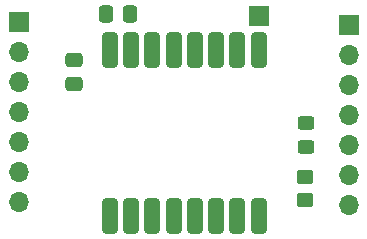
<source format=gbr>
%TF.GenerationSoftware,KiCad,Pcbnew,6.0.5-a6ca702e91~116~ubuntu20.04.1*%
%TF.CreationDate,2022-05-07T22:34:00-05:00*%
%TF.ProjectId,DRF1262T_Shield_v001,44524631-3236-4325-945f-536869656c64,rev?*%
%TF.SameCoordinates,Original*%
%TF.FileFunction,Soldermask,Top*%
%TF.FilePolarity,Negative*%
%FSLAX46Y46*%
G04 Gerber Fmt 4.6, Leading zero omitted, Abs format (unit mm)*
G04 Created by KiCad (PCBNEW 6.0.5-a6ca702e91~116~ubuntu20.04.1) date 2022-05-07 22:34:00*
%MOMM*%
%LPD*%
G01*
G04 APERTURE LIST*
G04 Aperture macros list*
%AMRoundRect*
0 Rectangle with rounded corners*
0 $1 Rounding radius*
0 $2 $3 $4 $5 $6 $7 $8 $9 X,Y pos of 4 corners*
0 Add a 4 corners polygon primitive as box body*
4,1,4,$2,$3,$4,$5,$6,$7,$8,$9,$2,$3,0*
0 Add four circle primitives for the rounded corners*
1,1,$1+$1,$2,$3*
1,1,$1+$1,$4,$5*
1,1,$1+$1,$6,$7*
1,1,$1+$1,$8,$9*
0 Add four rect primitives between the rounded corners*
20,1,$1+$1,$2,$3,$4,$5,0*
20,1,$1+$1,$4,$5,$6,$7,0*
20,1,$1+$1,$6,$7,$8,$9,0*
20,1,$1+$1,$8,$9,$2,$3,0*%
G04 Aperture macros list end*
%ADD10RoundRect,0.250000X-0.337500X-0.475000X0.337500X-0.475000X0.337500X0.475000X-0.337500X0.475000X0*%
%ADD11R,1.700000X1.700000*%
%ADD12RoundRect,0.250000X-0.475000X0.337500X-0.475000X-0.337500X0.475000X-0.337500X0.475000X0.337500X0*%
%ADD13O,1.700000X1.700000*%
%ADD14RoundRect,0.250000X0.450000X-0.350000X0.450000X0.350000X-0.450000X0.350000X-0.450000X-0.350000X0*%
%ADD15RoundRect,0.350000X-0.350000X1.150000X-0.350000X-1.150000X0.350000X-1.150000X0.350000X1.150000X0*%
%ADD16RoundRect,0.250000X-0.450000X0.325000X-0.450000X-0.325000X0.450000X-0.325000X0.450000X0.325000X0*%
G04 APERTURE END LIST*
D10*
%TO.C,C1*%
X147062500Y-77600000D03*
X149137500Y-77600000D03*
%TD*%
D11*
%TO.C,J3*%
X160000000Y-77800000D03*
%TD*%
D12*
%TO.C,C2*%
X144400000Y-81500000D03*
X144400000Y-83575000D03*
%TD*%
D11*
%TO.C,J1*%
X139700000Y-78300000D03*
D13*
X139700000Y-80840000D03*
X139700000Y-83380000D03*
X139700000Y-85920000D03*
X139700000Y-88460000D03*
X139700000Y-91000000D03*
X139700000Y-93540000D03*
%TD*%
D11*
%TO.C,J2*%
X167640000Y-78600000D03*
D13*
X167640000Y-81140000D03*
X167640000Y-83680000D03*
X167640000Y-86220000D03*
X167640000Y-88760000D03*
X167640000Y-91300000D03*
X167640000Y-93840000D03*
%TD*%
D14*
%TO.C,R1*%
X163900000Y-93400000D03*
X163900000Y-91400000D03*
%TD*%
D15*
%TO.C,U1*%
X160000000Y-80700000D03*
X158200000Y-80700000D03*
X156400000Y-80700000D03*
X154600000Y-80700000D03*
X152800000Y-80700000D03*
X151000000Y-80700000D03*
X149200000Y-80700000D03*
X147400000Y-80700000D03*
X147400000Y-94700000D03*
X149200000Y-94700000D03*
X151000000Y-94700000D03*
X152800000Y-94700000D03*
X154600000Y-94700000D03*
X156400000Y-94700000D03*
X158200000Y-94700000D03*
X160000000Y-94700000D03*
%TD*%
D16*
%TO.C,D1*%
X164000000Y-86875000D03*
X164000000Y-88925000D03*
%TD*%
M02*

</source>
